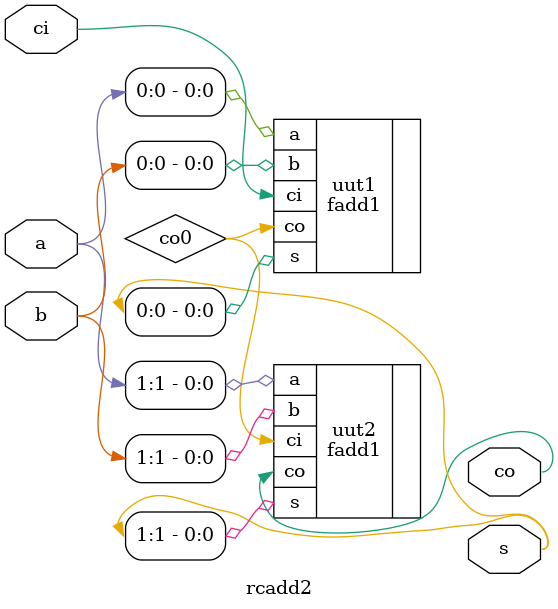
<source format=v>
`timescale 1ns / 1ps

module rcadd2(
    input [1:0] a,
    input [1:0] b,
    input ci,
    output [1:0] s,
    output co
    );
    
    wire co0;
    
    fadd1 uut1(.a(a[0]),.b(b[0]),.ci(ci),.s(s[0]),.co(co0));
    fadd1 uut2(.a(a[1]),.b(b[1]),.ci(co0),.s(s[1]),.co(co));
    
endmodule


</source>
